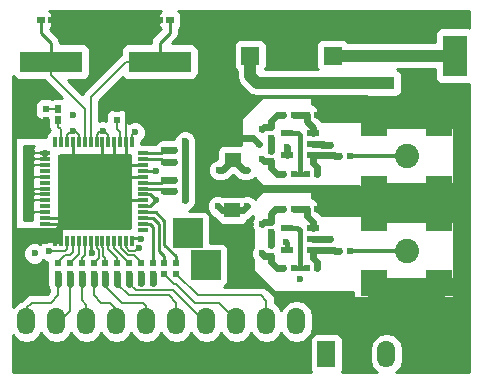
<source format=gtl>
%FSLAX46Y46*%
G04 Gerber Fmt 4.6, Leading zero omitted, Abs format (unit mm)*
G04 Created by KiCad (PCBNEW (2014-10-26 BZR 5226)-product) date Tue 28 Oct 2014 11:58:48 AM EDT*
%MOMM*%
G01*
G04 APERTURE LIST*
%ADD10C,0.100000*%
%ADD11R,0.600000X0.600000*%
%ADD12R,1.100000X0.600000*%
%ADD13C,2.050000*%
%ADD14R,7.760000X1.600000*%
%ADD15R,2.200000X2.200000*%
%ADD16R,5.300000X1.800000*%
%ADD17R,1.524000X1.524000*%
%ADD18C,1.524000*%
%ADD19R,0.900000X0.300000*%
%ADD20R,0.300000X0.900000*%
%ADD21R,6.100000X6.100000*%
%ADD22R,1.524000X2.286000*%
%ADD23O,1.524000X2.286000*%
%ADD24R,0.650000X0.600000*%
%ADD25R,1.450000X1.150000*%
%ADD26R,0.600000X0.650000*%
%ADD27R,2.500000X2.500000*%
%ADD28R,2.100000X1.100000*%
%ADD29R,2.100000X3.500000*%
%ADD30C,0.600000*%
%ADD31C,0.600000*%
%ADD32C,0.400000*%
%ADD33C,0.200000*%
%ADD34C,0.250000*%
%ADD35C,1.000000*%
%ADD36C,0.150000*%
%ADD37C,0.350000*%
%ADD38C,0.300000*%
%ADD39C,0.254000*%
G04 APERTURE END LIST*
D10*
D11*
X171950000Y-90500000D03*
X171050000Y-90500000D03*
D12*
X171600000Y-88950000D03*
X171600000Y-87050000D03*
X171600000Y-88000000D03*
X169400000Y-87050000D03*
X169400000Y-88950000D03*
D13*
X179500000Y-81000000D03*
D14*
X179500000Y-77920000D03*
X179500000Y-84080000D03*
D15*
X182280000Y-78220000D03*
X182280000Y-83780000D03*
X176720000Y-78220000D03*
X176720000Y-83780000D03*
D16*
X149400000Y-73000000D03*
X158600000Y-73000000D03*
D17*
X173249680Y-72500000D03*
D18*
X170750320Y-72500000D03*
D19*
X157150000Y-87250000D03*
X157150000Y-86750000D03*
X157150000Y-86250000D03*
X157150000Y-85750000D03*
X157150000Y-85250000D03*
X157150000Y-84750000D03*
X157150000Y-84250000D03*
X157150000Y-83750000D03*
X157150000Y-83250000D03*
X157150000Y-82750000D03*
X157150000Y-82250000D03*
X157150000Y-81750000D03*
X157150000Y-81250000D03*
X157150000Y-80750000D03*
D20*
X156250000Y-79850000D03*
X155750000Y-79850000D03*
X155250000Y-79850000D03*
X154750000Y-79850000D03*
X154250000Y-79850000D03*
X153750000Y-79850000D03*
X153250000Y-79850000D03*
X152750000Y-79850000D03*
X152250000Y-79850000D03*
X151750000Y-79850000D03*
X151250000Y-79850000D03*
X150750000Y-79850000D03*
X150250000Y-79850000D03*
X149750000Y-79850000D03*
D19*
X148850000Y-80750000D03*
X148850000Y-81250000D03*
X148850000Y-81750000D03*
X148850000Y-82250000D03*
X148850000Y-82750000D03*
X148850000Y-83250000D03*
X148850000Y-83750000D03*
X148850000Y-84250000D03*
X148850000Y-84750000D03*
X148850000Y-85250000D03*
X148850000Y-85750000D03*
X148850000Y-86250000D03*
X148850000Y-86750000D03*
X148850000Y-87250000D03*
D20*
X149750000Y-88150000D03*
X150250000Y-88150000D03*
X150750000Y-88150000D03*
X151250000Y-88150000D03*
X151750000Y-88150000D03*
X152250000Y-88150000D03*
X152750000Y-88150000D03*
X153250000Y-88150000D03*
X153750000Y-88150000D03*
X154250000Y-88150000D03*
X154750000Y-88150000D03*
X155250000Y-88150000D03*
X155750000Y-88150000D03*
X156250000Y-88150000D03*
D21*
X153000000Y-84000000D03*
D11*
X155000000Y-90050000D03*
X155000000Y-90950000D03*
X155000000Y-77050000D03*
X155000000Y-77950000D03*
D22*
X172720000Y-97790000D03*
D23*
X175260000Y-97790000D03*
X177800000Y-97790000D03*
X160020000Y-94996000D03*
X162560000Y-94996000D03*
X165100000Y-94996000D03*
X167640000Y-94996000D03*
X167640000Y-98044000D03*
X165100000Y-98044000D03*
X162560000Y-98044000D03*
X160020000Y-98044000D03*
X170180000Y-98044000D03*
X170180000Y-94996000D03*
X157480000Y-94996000D03*
X157480000Y-98044000D03*
D22*
X147320000Y-98044000D03*
D23*
X149860000Y-98044000D03*
X152400000Y-98044000D03*
X154940000Y-98044000D03*
X154940000Y-94996000D03*
X152400000Y-94996000D03*
X149860000Y-94996000D03*
X147320000Y-94996000D03*
D17*
X166249680Y-72500000D03*
D18*
X163750320Y-72500000D03*
D12*
X171600000Y-80950000D03*
X171600000Y-79050000D03*
X171600000Y-80000000D03*
X169400000Y-79050000D03*
X169400000Y-80950000D03*
D24*
X148550000Y-69500000D03*
X149450000Y-69500000D03*
X159450000Y-69500000D03*
X158550000Y-69500000D03*
D25*
X164800000Y-81300000D03*
X164800000Y-79500000D03*
X164750000Y-85600000D03*
X164750000Y-87400000D03*
D26*
X150000000Y-77950000D03*
X150000000Y-77050000D03*
D13*
X179500000Y-89000000D03*
D14*
X179500000Y-85920000D03*
X179500000Y-92080000D03*
D15*
X182280000Y-86220000D03*
X182280000Y-91780000D03*
X176720000Y-86220000D03*
X176720000Y-91780000D03*
D27*
X161000000Y-87500000D03*
X162500000Y-90250000D03*
D28*
X177400000Y-70200000D03*
X177400000Y-72500000D03*
X177400000Y-74800000D03*
D29*
X183600000Y-72500000D03*
D11*
X150000000Y-90050000D03*
X150000000Y-90950000D03*
X159000000Y-90050000D03*
X159000000Y-90950000D03*
X160000000Y-90050000D03*
X160000000Y-90950000D03*
X151000000Y-90050000D03*
X151000000Y-90950000D03*
X152000000Y-90050000D03*
X152000000Y-90950000D03*
X153000000Y-90050000D03*
X153000000Y-90950000D03*
X154000000Y-90050000D03*
X154000000Y-90950000D03*
X156000000Y-90050000D03*
X156000000Y-90950000D03*
X158000000Y-90050000D03*
X158000000Y-90950000D03*
X149000000Y-77950000D03*
X149000000Y-77050000D03*
X160700000Y-84000000D03*
X159800000Y-84000000D03*
X157000000Y-90950000D03*
X157000000Y-90050000D03*
X160700000Y-83000000D03*
X159800000Y-83000000D03*
X160700000Y-81500000D03*
X159800000Y-81500000D03*
X160700000Y-80500000D03*
X159800000Y-80500000D03*
X168000000Y-80550000D03*
X168000000Y-81450000D03*
X168000000Y-79450000D03*
X168000000Y-78550000D03*
X169950000Y-82500000D03*
X169050000Y-82500000D03*
X169950000Y-77500000D03*
X169050000Y-77500000D03*
X171950000Y-82500000D03*
X171050000Y-82500000D03*
X171950000Y-77500000D03*
X171050000Y-77500000D03*
X173000000Y-80950000D03*
X173000000Y-80050000D03*
X168000000Y-88550000D03*
X168000000Y-89450000D03*
X168000000Y-87450000D03*
X168000000Y-86550000D03*
X169950000Y-90500000D03*
X169050000Y-90500000D03*
X169950000Y-85500000D03*
X169050000Y-85500000D03*
X171950000Y-85500000D03*
X171050000Y-85500000D03*
X173000000Y-88950000D03*
X173000000Y-88050000D03*
X174700000Y-81000000D03*
X173800000Y-81000000D03*
X174700000Y-89000000D03*
X173800000Y-89000000D03*
D30*
X163600000Y-79600000D03*
X167000000Y-80000000D03*
X179000000Y-71000000D03*
X181000000Y-71000000D03*
X181000000Y-70000000D03*
X179000000Y-70000000D03*
X155000000Y-69500000D03*
X152500000Y-69500000D03*
X184000000Y-77500000D03*
X184000000Y-79000000D03*
X184000000Y-80500000D03*
X184000000Y-82000000D03*
X184000000Y-83500000D03*
X184000000Y-85000000D03*
X184000000Y-86500000D03*
X184000000Y-88000000D03*
X184000000Y-89500000D03*
X165500000Y-91000000D03*
X165500000Y-90000000D03*
X149000000Y-88200000D03*
X170500000Y-83750000D03*
X151000000Y-84000000D03*
X153000000Y-82000000D03*
X148000000Y-79000000D03*
X163500000Y-87250000D03*
X166250000Y-86750000D03*
X182500000Y-93000000D03*
X181000000Y-93000000D03*
X179500000Y-93000000D03*
X178000000Y-93000000D03*
X176500000Y-93000000D03*
X182500000Y-77000000D03*
X181000000Y-77000000D03*
X179500000Y-77000000D03*
X178000000Y-77000000D03*
X176500000Y-77000000D03*
X182500000Y-85000000D03*
X181000000Y-85000000D03*
X179500000Y-85000000D03*
X178000000Y-85000000D03*
X176500000Y-85000000D03*
X151000000Y-82000000D03*
X155000000Y-82000000D03*
X153000000Y-84000000D03*
X151000000Y-86000000D03*
X153000000Y-86000000D03*
X155000000Y-86000000D03*
X155000000Y-84000000D03*
X152000000Y-83000000D03*
X154000000Y-83000000D03*
X152000000Y-85000000D03*
X154000000Y-85000000D03*
X157000000Y-88000000D03*
X170500000Y-91400000D03*
X172500000Y-85500000D03*
X174250000Y-85500000D03*
X172750000Y-77500000D03*
X174000000Y-77500000D03*
X175250000Y-77500000D03*
X150250000Y-69500000D03*
X157750000Y-69500000D03*
X149000000Y-91500000D03*
X162500000Y-78000000D03*
X160500000Y-78000000D03*
X162500000Y-76000000D03*
X154500000Y-76000000D03*
X156500000Y-76000000D03*
X158500000Y-76000000D03*
X160500000Y-76000000D03*
X153750000Y-77500000D03*
X152850021Y-89225114D03*
X149200000Y-89000000D03*
X151250000Y-77500000D03*
X183000000Y-71250000D03*
X184250000Y-71250000D03*
X183600000Y-72500000D03*
X183000000Y-73750000D03*
X184250000Y-73750000D03*
X156854438Y-88808537D03*
X169400000Y-80200000D03*
X169400000Y-80200000D03*
X169250000Y-88250000D03*
X172400000Y-80000000D03*
X172500000Y-88000000D03*
X159000000Y-84000000D03*
X167250000Y-89250000D03*
X159000000Y-83000000D03*
X167250000Y-86750000D03*
X159000000Y-81500000D03*
X167250000Y-81250000D03*
X167250000Y-81250000D03*
X159000000Y-80500000D03*
X167250000Y-78750000D03*
X167250000Y-78750000D03*
X166000000Y-82200000D03*
X163600000Y-82200000D03*
X158250000Y-82250000D03*
X153760729Y-78899998D03*
X151250000Y-78899998D03*
X148000000Y-89250000D03*
X158250000Y-84750000D03*
X163500000Y-85250000D03*
X156500000Y-79000000D03*
X147750000Y-81250000D03*
X147250000Y-81750000D03*
X147250000Y-82750000D03*
X147250000Y-83750000D03*
X147750000Y-84250000D03*
X147250000Y-84750000D03*
X147250000Y-85750000D03*
X147250000Y-80750000D03*
X160700000Y-82248955D03*
X160750000Y-84750000D03*
X160750000Y-79750000D03*
X168000000Y-79999151D03*
X168000000Y-88000846D03*
X166000000Y-85250000D03*
X158000000Y-91750000D03*
X157000000Y-91750000D03*
D31*
X164800000Y-79500000D02*
X163700000Y-79500000D01*
X163700000Y-79500000D02*
X163600000Y-79600000D01*
X164800000Y-79500000D02*
X166500000Y-79500000D01*
X166500000Y-79500000D02*
X167000000Y-80000000D01*
D32*
X146750000Y-88000000D02*
X148800000Y-88000000D01*
X148800000Y-88000000D02*
X149000000Y-88200000D01*
X146250000Y-87500000D02*
X146750000Y-88000000D01*
X146250000Y-79250000D02*
X146250000Y-87500000D01*
X146500000Y-79000000D02*
X146250000Y-79250000D01*
X148000000Y-79000000D02*
X146500000Y-79000000D01*
D33*
X181000000Y-71000000D02*
X179000000Y-71000000D01*
X181000000Y-70000000D02*
X181000000Y-71000000D01*
X179000000Y-70000000D02*
X181000000Y-70000000D01*
X177400000Y-70200000D02*
X178800000Y-70200000D01*
X178800000Y-70200000D02*
X179000000Y-70000000D01*
X152500000Y-69500000D02*
X155000000Y-69500000D01*
X150250000Y-69500000D02*
X152500000Y-69500000D01*
X155000000Y-77050000D02*
X154250000Y-77050000D01*
X184000000Y-79000000D02*
X184000000Y-77500000D01*
X184000000Y-80500000D02*
X184000000Y-79000000D01*
X184000000Y-82000000D02*
X184000000Y-80500000D01*
X184000000Y-83500000D02*
X184000000Y-82000000D01*
X184000000Y-85000000D02*
X184000000Y-83500000D01*
X184000000Y-86500000D02*
X184000000Y-85000000D01*
X184000000Y-88000000D02*
X184000000Y-86500000D01*
X184000000Y-89500000D02*
X184000000Y-88000000D01*
X183720000Y-91780000D02*
X184000000Y-91500000D01*
X184000000Y-91500000D02*
X184000000Y-89500000D01*
X182280000Y-91780000D02*
X183720000Y-91780000D01*
X165500000Y-90000000D02*
X165500000Y-91000000D01*
X164750000Y-87400000D02*
X164750000Y-89250000D01*
X164750000Y-89250000D02*
X165500000Y-90000000D01*
D34*
X149001099Y-88001099D02*
X149150000Y-88150000D01*
X148850000Y-87850000D02*
X149001099Y-88001099D01*
D33*
X149001099Y-88198901D02*
X149000000Y-88200000D01*
X149001099Y-88001099D02*
X149001099Y-88198901D01*
D34*
X149150000Y-88150000D02*
X149750000Y-88150000D01*
X148850000Y-87250000D02*
X148850000Y-87850000D01*
X157150000Y-81750000D02*
X155250000Y-81750000D01*
X155250000Y-81750000D02*
X155000000Y-82000000D01*
X157150000Y-82750000D02*
X154250000Y-82750000D01*
X154250000Y-82750000D02*
X153000000Y-84000000D01*
X151000000Y-84000000D02*
X153000000Y-84000000D01*
X153000000Y-82000000D02*
X153000000Y-84000000D01*
D31*
X149000000Y-78500000D02*
X148500000Y-79000000D01*
X148500000Y-79000000D02*
X148000000Y-79000000D01*
X149000000Y-77950000D02*
X149000000Y-78500000D01*
X164750000Y-87400000D02*
X163650000Y-87400000D01*
X163650000Y-87400000D02*
X163500000Y-87250000D01*
X164750000Y-87400000D02*
X165600000Y-87400000D01*
X165600000Y-87400000D02*
X166250000Y-86750000D01*
X181000000Y-93000000D02*
X182500000Y-93000000D01*
X179500000Y-93000000D02*
X181000000Y-93000000D01*
X178000000Y-93000000D02*
X179500000Y-93000000D01*
X176500000Y-93000000D02*
X178000000Y-93000000D01*
X176720000Y-91780000D02*
X176720000Y-92780000D01*
X176720000Y-92780000D02*
X176500000Y-93000000D01*
X181000000Y-77000000D02*
X182500000Y-77000000D01*
X179500000Y-77000000D02*
X181000000Y-77000000D01*
X178000000Y-77000000D02*
X179500000Y-77000000D01*
X176500000Y-77000000D02*
X178000000Y-77000000D01*
X176720000Y-78220000D02*
X176720000Y-77220000D01*
X176720000Y-77220000D02*
X176500000Y-77000000D01*
X179500000Y-85000000D02*
X182500000Y-85000000D01*
X179500000Y-85000000D02*
X181000000Y-85000000D01*
X176500000Y-85000000D02*
X179500000Y-85000000D01*
X176500000Y-85000000D02*
X178000000Y-85000000D01*
X176720000Y-86220000D02*
X176720000Y-85220000D01*
X176720000Y-85220000D02*
X176500000Y-85000000D01*
D33*
X179500000Y-85920000D02*
X177020000Y-85920000D01*
X177020000Y-85920000D02*
X176720000Y-86220000D01*
X182280000Y-86220000D02*
X181980000Y-85920000D01*
X181980000Y-85920000D02*
X179500000Y-85920000D01*
X179500000Y-84080000D02*
X177020000Y-84080000D01*
X177020000Y-84080000D02*
X176720000Y-83780000D01*
X182280000Y-83780000D02*
X181980000Y-84080000D01*
X181980000Y-84080000D02*
X179500000Y-84080000D01*
X179500000Y-77920000D02*
X177020000Y-77920000D01*
X177020000Y-77920000D02*
X176720000Y-78220000D01*
X182280000Y-78220000D02*
X181980000Y-77920000D01*
X181980000Y-77920000D02*
X179500000Y-77920000D01*
X155000000Y-77050000D02*
X155500000Y-77050000D01*
X155500000Y-77050000D02*
X155750000Y-77300000D01*
X155750000Y-77300000D02*
X155750000Y-79400000D01*
X155750000Y-79400000D02*
X155750000Y-80050000D01*
D35*
X177400000Y-70200000D02*
X170941491Y-70200000D01*
X170941491Y-70200000D02*
X164300000Y-70200000D01*
X170750320Y-72500000D02*
X170750320Y-70391171D01*
X170750320Y-70391171D02*
X170941491Y-70200000D01*
X164300000Y-70200000D02*
X163750320Y-70749680D01*
X163750320Y-70749680D02*
X163750320Y-72500000D01*
D34*
X153000000Y-84000000D02*
X151000000Y-82000000D01*
X153000000Y-84000000D02*
X155000000Y-82000000D01*
X153000000Y-84000000D02*
X151000000Y-86000000D01*
X153000000Y-84000000D02*
X153000000Y-86000000D01*
X153000000Y-84000000D02*
X155000000Y-86000000D01*
X153000000Y-84000000D02*
X155000000Y-84000000D01*
X153000000Y-84000000D02*
X152000000Y-83000000D01*
X153000000Y-84000000D02*
X154000000Y-83000000D01*
X153000000Y-84000000D02*
X152000000Y-85000000D01*
X153000000Y-84000000D02*
X154000000Y-85000000D01*
X154750000Y-82250000D02*
X153000000Y-84000000D01*
X154750000Y-80050000D02*
X154750000Y-82250000D01*
X155750000Y-81250000D02*
X153000000Y-84000000D01*
X155750000Y-80050000D02*
X155750000Y-81250000D01*
X155250000Y-81750000D02*
X153000000Y-84000000D01*
X153750000Y-84750000D02*
X153000000Y-84000000D01*
X156950000Y-84750000D02*
X153750000Y-84750000D01*
X150250000Y-87950000D02*
X150250000Y-86750000D01*
X149750000Y-87950000D02*
X149750000Y-87250000D01*
X149750000Y-87250000D02*
X153000000Y-84000000D01*
X149050000Y-87250000D02*
X149750000Y-87250000D01*
X150250000Y-86750000D02*
X153000000Y-84000000D01*
X149050000Y-86750000D02*
X150250000Y-86750000D01*
X150750000Y-86250000D02*
X153000000Y-84000000D01*
X149050000Y-86250000D02*
X150750000Y-86250000D01*
X151250000Y-82250000D02*
X153000000Y-84000000D01*
X151250000Y-80050000D02*
X151250000Y-82250000D01*
X153750000Y-83250000D02*
X153000000Y-84000000D01*
X153750000Y-80050000D02*
X153750000Y-83250000D01*
X156950000Y-87950000D02*
X156250000Y-87950000D01*
X157000000Y-88000000D02*
X156950000Y-87950000D01*
D31*
X171950000Y-85500000D02*
X172500000Y-85500000D01*
X171950000Y-85500000D02*
X174250000Y-85500000D01*
X176000000Y-85500000D02*
X176720000Y-86220000D01*
X171950000Y-85500000D02*
X176000000Y-85500000D01*
X171950000Y-77500000D02*
X172750000Y-77500000D01*
X172750000Y-77500000D02*
X174000000Y-77500000D01*
X172750000Y-77500000D02*
X175250000Y-77500000D01*
X176000000Y-77500000D02*
X176720000Y-78220000D01*
X172750000Y-77500000D02*
X176000000Y-77500000D01*
X149450000Y-69500000D02*
X150250000Y-69500000D01*
X158550000Y-69500000D02*
X157750000Y-69500000D01*
D33*
X154250000Y-77050000D02*
X154200000Y-77050000D01*
X162500000Y-76000000D02*
X162500000Y-78000000D01*
X160500000Y-76000000D02*
X160500000Y-78000000D01*
X160500000Y-76000000D02*
X162500000Y-76000000D01*
X153750000Y-76750000D02*
X154500000Y-76000000D01*
X153750000Y-77500000D02*
X153750000Y-76750000D01*
X154500000Y-76000000D02*
X156500000Y-76000000D01*
X156500000Y-76000000D02*
X158500000Y-76000000D01*
X158500000Y-76000000D02*
X160500000Y-76000000D01*
X154200000Y-77050000D02*
X153750000Y-77500000D01*
D34*
X152750000Y-89125093D02*
X152850021Y-89225114D01*
X152750000Y-88150000D02*
X152750000Y-89125093D01*
D35*
X166800000Y-74800000D02*
X166249680Y-74249680D01*
X166249680Y-74249680D02*
X166249680Y-72500000D01*
X177400000Y-74800000D02*
X166800000Y-74800000D01*
D33*
X150000000Y-89000000D02*
X149200000Y-89000000D01*
X150600000Y-89000000D02*
X150000000Y-89000000D01*
X150750000Y-88850000D02*
X150600000Y-89000000D01*
X150750000Y-88150000D02*
X150750000Y-88850000D01*
X156035342Y-89000000D02*
X156540002Y-89000000D01*
X156540002Y-89000000D02*
X156731465Y-88808537D01*
X156731465Y-88808537D02*
X156854438Y-88808537D01*
X155750000Y-88150000D02*
X155750000Y-88714658D01*
X155750000Y-88714658D02*
X156035342Y-89000000D01*
D35*
X177400000Y-72500000D02*
X183600000Y-72500000D01*
X177400000Y-72500000D02*
X173249680Y-72500000D01*
D32*
X183600000Y-71850000D02*
X183000000Y-71250000D01*
X183600000Y-72500000D02*
X183600000Y-71850000D01*
X184250000Y-71250000D02*
X183600000Y-72500000D01*
X183600000Y-71900000D02*
X184250000Y-71250000D01*
X183600000Y-71900000D02*
X184250000Y-71250000D01*
X183600000Y-72500000D02*
X183600000Y-71900000D01*
X183600000Y-73150000D02*
X183000000Y-73750000D01*
X183600000Y-72500000D02*
X183600000Y-73150000D01*
X183600000Y-73100000D02*
X184250000Y-73750000D01*
X183600000Y-72500000D02*
X183600000Y-73100000D01*
D36*
X150600000Y-89400000D02*
X150000000Y-90000000D01*
X150000000Y-90000000D02*
X150000000Y-90050000D01*
X151000000Y-89400000D02*
X150600000Y-89400000D01*
X151250000Y-89150000D02*
X151000000Y-89400000D01*
X151250000Y-88150000D02*
X151250000Y-89150000D01*
D33*
X150000000Y-89909998D02*
X150000000Y-90050000D01*
X150000000Y-89980602D02*
X150000000Y-90050000D01*
D34*
X158500000Y-86750000D02*
X158000000Y-86250000D01*
X158000000Y-86250000D02*
X157150000Y-86250000D01*
X158500000Y-89000000D02*
X158500000Y-86750000D01*
X159000000Y-89500000D02*
X158500000Y-89000000D01*
X159000000Y-90050000D02*
X159000000Y-89500000D01*
X159000000Y-86500000D02*
X158250000Y-85750000D01*
X158250000Y-85750000D02*
X157150000Y-85750000D01*
X159000000Y-88500000D02*
X159000000Y-86500000D01*
X160000000Y-89500000D02*
X159000000Y-88500000D01*
X160000000Y-90050000D02*
X160000000Y-89500000D01*
D36*
X151750000Y-88150000D02*
X151750000Y-89300000D01*
X151750000Y-89300000D02*
X151000000Y-90050000D01*
X152250000Y-89350000D02*
X152000000Y-89600000D01*
X152000000Y-89600000D02*
X152000000Y-90050000D01*
X152250000Y-88150000D02*
X152250000Y-89350000D01*
X153250000Y-88150000D02*
X153250000Y-88750000D01*
X153250000Y-88750000D02*
X153425022Y-88925022D01*
X153425022Y-88925022D02*
X153425022Y-89624978D01*
X153425022Y-89624978D02*
X153000000Y-90050000D01*
X153750000Y-88150000D02*
X153750000Y-88706747D01*
X153750000Y-88706747D02*
X153825032Y-88781779D01*
X153825032Y-88781779D02*
X153825032Y-89425032D01*
X153825032Y-89425032D02*
X154000000Y-89600000D01*
X154000000Y-89600000D02*
X154000000Y-90050000D01*
X155000000Y-90050000D02*
X155000000Y-89600000D01*
X155000000Y-89600000D02*
X154250000Y-88850000D01*
X154250000Y-88850000D02*
X154250000Y-88750000D01*
X154250000Y-88750000D02*
X154250000Y-88150000D01*
D33*
X154250000Y-87950000D02*
X154250042Y-87950042D01*
D36*
X156000000Y-90050000D02*
X154750000Y-88800000D01*
X154750000Y-88800000D02*
X154750000Y-88150000D01*
D33*
X155000000Y-78750000D02*
X155250000Y-79000000D01*
X155250000Y-79000000D02*
X155250000Y-79850000D01*
X155000000Y-77950000D02*
X155000000Y-78750000D01*
D31*
X169400000Y-80200000D02*
X169400000Y-80950000D01*
D32*
X169400000Y-88400000D02*
X169250000Y-88250000D01*
X169400000Y-88950000D02*
X169400000Y-88400000D01*
D33*
X172950000Y-80000000D02*
X173000000Y-80050000D01*
X171650000Y-88050000D02*
X171600000Y-88000000D01*
D31*
X173000000Y-88050000D02*
X172550000Y-88050000D01*
X172500000Y-88000000D02*
X171600000Y-88000000D01*
X172550000Y-88050000D02*
X172500000Y-88000000D01*
X171600000Y-80000000D02*
X172250000Y-80000000D01*
X172300000Y-80050000D02*
X173000000Y-80050000D01*
X172250000Y-80000000D02*
X172300000Y-80050000D01*
D37*
X174700000Y-89000000D02*
X179500000Y-89000000D01*
X179500000Y-81000000D02*
X174700000Y-81000000D01*
D33*
X173750000Y-88950000D02*
X173800000Y-89000000D01*
D31*
X171600000Y-88950000D02*
X173000000Y-88950000D01*
X173000000Y-88950000D02*
X173350000Y-88950000D01*
X173400000Y-89000000D02*
X173800000Y-89000000D01*
X173350000Y-88950000D02*
X173400000Y-89000000D01*
X171600000Y-88950000D02*
X171600000Y-89600000D01*
X171950000Y-89950000D02*
X171950000Y-90500000D01*
X171600000Y-89600000D02*
X171950000Y-89950000D01*
D32*
X170500000Y-82500000D02*
X170500000Y-79250000D01*
X170300000Y-79050000D02*
X169400000Y-79050000D01*
X170500000Y-79250000D02*
X170300000Y-79050000D01*
X170500000Y-82500000D02*
X169950000Y-82500000D01*
X170500000Y-82500000D02*
X171050000Y-82500000D01*
D34*
X158500000Y-83750000D02*
X157150000Y-83750000D01*
D31*
X169050000Y-90500000D02*
X168500000Y-90500000D01*
X168000000Y-90000000D02*
X168000000Y-89450000D01*
X168500000Y-90500000D02*
X168000000Y-90000000D01*
D38*
X167950000Y-89500000D02*
X168000000Y-89450000D01*
D34*
X158750000Y-83750000D02*
X159000000Y-84000000D01*
X158500000Y-83750000D02*
X158750000Y-83750000D01*
D31*
X159800000Y-84000000D02*
X159000000Y-84000000D01*
X167450000Y-89450000D02*
X167250000Y-89250000D01*
X168000000Y-89450000D02*
X167450000Y-89450000D01*
D34*
X158750000Y-83250000D02*
X157150000Y-83250000D01*
D31*
X169050000Y-85500000D02*
X168400000Y-85500000D01*
X168000000Y-85900000D02*
X168000000Y-86550000D01*
X168400000Y-85500000D02*
X168000000Y-85900000D01*
D38*
X167950000Y-86500000D02*
X168000000Y-86550000D01*
D34*
X158750000Y-83250000D02*
X159000000Y-83000000D01*
D31*
X159800000Y-83000000D02*
X159000000Y-83000000D01*
X167450000Y-86550000D02*
X167250000Y-86750000D01*
X168000000Y-86550000D02*
X167450000Y-86550000D01*
D34*
X158750000Y-81250000D02*
X157150000Y-81250000D01*
D31*
X169050000Y-82500000D02*
X168500000Y-82500000D01*
X168000000Y-82000000D02*
X168000000Y-81450000D01*
X168500000Y-82500000D02*
X168000000Y-82000000D01*
D34*
X158750000Y-81250000D02*
X159000000Y-81500000D01*
D31*
X159800000Y-81500000D02*
X159000000Y-81500000D01*
X167450000Y-81450000D02*
X167250000Y-81250000D01*
X168000000Y-81450000D02*
X167450000Y-81450000D01*
D34*
X158750000Y-80750000D02*
X157150000Y-80750000D01*
D31*
X169050000Y-77500000D02*
X168500000Y-77500000D01*
X168000000Y-78000000D02*
X168000000Y-78550000D01*
X168500000Y-77500000D02*
X168000000Y-78000000D01*
D34*
X158750000Y-80750000D02*
X159000000Y-80500000D01*
D31*
X159800000Y-80500000D02*
X159000000Y-80500000D01*
X167450000Y-78550000D02*
X167250000Y-78750000D01*
X168000000Y-78550000D02*
X167450000Y-78550000D01*
X164800000Y-81300000D02*
X165700000Y-82200000D01*
X165700000Y-82200000D02*
X166000000Y-82200000D01*
X164800000Y-81300000D02*
X163900000Y-82200000D01*
X163900000Y-82200000D02*
X163600000Y-82200000D01*
D34*
X157750000Y-85250000D02*
X157150000Y-85250000D01*
X157750000Y-84250000D02*
X157150000Y-84250000D01*
X157150000Y-82250000D02*
X158250000Y-82250000D01*
D33*
X156250000Y-79250000D02*
X156250000Y-79850000D01*
X153750000Y-79000000D02*
X153750000Y-78910727D01*
X153750000Y-78910727D02*
X153760729Y-78899998D01*
X154250000Y-79250000D02*
X154250000Y-79850000D01*
X154250000Y-79250000D02*
X154000000Y-79000000D01*
X153250000Y-79250000D02*
X153250000Y-79850000D01*
X154000000Y-79000000D02*
X153500000Y-79000000D01*
X153500000Y-79000000D02*
X153250000Y-79250000D01*
X151750000Y-79250000D02*
X151750000Y-79850000D01*
X151250000Y-79000000D02*
X151250000Y-78899998D01*
X150750000Y-79250000D02*
X150750000Y-79850000D01*
D34*
X157750000Y-85250000D02*
X158250000Y-84750000D01*
X157750000Y-84250000D02*
X158250000Y-84750000D01*
D31*
X164750000Y-85600000D02*
X163850000Y-85600000D01*
X163850000Y-85600000D02*
X163500000Y-85250000D01*
D33*
X151000000Y-79000000D02*
X151250000Y-79000000D01*
X150750000Y-79250000D02*
X151000000Y-79000000D01*
X151500000Y-79000000D02*
X151250000Y-79000000D01*
X151750000Y-79250000D02*
X151500000Y-79000000D01*
X156250000Y-79250000D02*
X156500000Y-79000000D01*
X148550000Y-81250000D02*
X147750000Y-81250000D01*
X148550000Y-81750000D02*
X147250000Y-81750000D01*
X148550000Y-82750000D02*
X147250000Y-82750000D01*
X148550000Y-83750000D02*
X147250000Y-83750000D01*
X148550000Y-84250000D02*
X147750000Y-84250000D01*
X148550000Y-84750000D02*
X147250000Y-84750000D01*
X148550000Y-85750000D02*
X147250000Y-85750000D01*
X148550000Y-80750000D02*
X147250000Y-80750000D01*
X148550000Y-80750000D02*
X149050000Y-80750000D01*
X148550000Y-81250000D02*
X149050000Y-81250000D01*
X148550000Y-81750000D02*
X149050000Y-81750000D01*
X148550000Y-82750000D02*
X149050000Y-82750000D01*
X148550000Y-83750000D02*
X149050000Y-83750000D01*
X148550000Y-84250000D02*
X149050000Y-84250000D01*
X148550000Y-84750000D02*
X149050000Y-84750000D01*
X148550000Y-85750000D02*
X149050000Y-85750000D01*
D31*
X160700000Y-80500000D02*
X160700000Y-81500000D01*
X160700000Y-84000000D02*
X160700000Y-83000000D01*
X160700000Y-83000000D02*
X160700000Y-82248955D01*
X160700000Y-82248955D02*
X160700000Y-81500000D01*
X160700000Y-84700000D02*
X160750000Y-84750000D01*
X160700000Y-84000000D02*
X160700000Y-84700000D01*
X160700000Y-79800000D02*
X160750000Y-79750000D01*
X160700000Y-80500000D02*
X160700000Y-79800000D01*
X168000000Y-80550000D02*
X168000000Y-79999151D01*
X168000000Y-79450000D02*
X168000000Y-79999151D01*
X168000000Y-88550000D02*
X168000000Y-88000846D01*
X168000000Y-87450000D02*
X168000000Y-88000846D01*
X165650000Y-85600000D02*
X166000000Y-85250000D01*
X164750000Y-85600000D02*
X165650000Y-85600000D01*
D33*
X152250000Y-77000000D02*
X149400000Y-74150000D01*
X149400000Y-74150000D02*
X149400000Y-73000000D01*
X152250000Y-80050000D02*
X152250000Y-77000000D01*
D34*
X148550000Y-70550000D02*
X149400000Y-71400000D01*
X149400000Y-71400000D02*
X149400000Y-73000000D01*
X148550000Y-69500000D02*
X148550000Y-70550000D01*
D33*
X152750000Y-76000000D02*
X155750000Y-73000000D01*
X155750000Y-73000000D02*
X158600000Y-73000000D01*
X152750000Y-80050000D02*
X152750000Y-76000000D01*
D34*
X159450000Y-70550000D02*
X158600000Y-71400000D01*
X158600000Y-71400000D02*
X158600000Y-73000000D01*
X159450000Y-69500000D02*
X159450000Y-70550000D01*
X158750000Y-73150000D02*
X158600000Y-73000000D01*
D33*
X150250000Y-78750000D02*
X150250000Y-79850000D01*
X150250000Y-78750000D02*
X150000000Y-78500000D01*
X150000000Y-78500000D02*
X150000000Y-77950000D01*
X150000000Y-77050000D02*
X149000000Y-77050000D01*
X160020000Y-93420000D02*
X160020000Y-95250000D01*
X159400000Y-92800000D02*
X160020000Y-93420000D01*
X156000000Y-92800000D02*
X159400000Y-92800000D01*
D31*
X155000000Y-90950000D02*
X155000000Y-91800000D01*
D33*
X155000000Y-91800000D02*
X156000000Y-92800000D01*
X162560000Y-95160000D02*
X162560000Y-95250000D01*
X159750010Y-92350010D02*
X162560000Y-95160000D01*
X156550010Y-92350010D02*
X159750010Y-92350010D01*
X156000000Y-91800000D02*
X156550010Y-92350010D01*
D31*
X156000000Y-91800000D02*
X156000000Y-90950000D01*
D33*
X165100000Y-94869000D02*
X165100000Y-95250000D01*
X163631000Y-93400000D02*
X165100000Y-94869000D01*
X161600000Y-93400000D02*
X163631000Y-93400000D01*
X159800000Y-91800000D02*
X160000000Y-91800000D01*
X160000000Y-91800000D02*
X161600000Y-93400000D01*
X159000000Y-90950000D02*
X159000000Y-91000000D01*
X159000000Y-91000000D02*
X159800000Y-91800000D01*
X167200000Y-92800000D02*
X167640000Y-93240000D01*
X167640000Y-93240000D02*
X167640000Y-95250000D01*
X161800000Y-92800000D02*
X167200000Y-92800000D01*
X160000000Y-91000000D02*
X161800000Y-92800000D01*
X160000000Y-90950000D02*
X160000000Y-91000000D01*
X157200000Y-93400000D02*
X155400000Y-93400000D01*
X157480000Y-93680000D02*
X157200000Y-93400000D01*
X157480000Y-95250000D02*
X157480000Y-93680000D01*
D31*
X154000000Y-90950000D02*
X154000000Y-91800000D01*
D33*
X154000000Y-92000000D02*
X155400000Y-93400000D01*
X154000000Y-91800000D02*
X154000000Y-92000000D01*
X154940000Y-93940000D02*
X154940000Y-95250000D01*
X154400000Y-93400000D02*
X154940000Y-93940000D01*
X153600000Y-93400000D02*
X154400000Y-93400000D01*
X153000000Y-92800000D02*
X153600000Y-93400000D01*
D31*
X153000000Y-90950000D02*
X153000000Y-91800000D01*
D33*
X153000000Y-91800000D02*
X153000000Y-92800000D01*
D31*
X152000000Y-90950000D02*
X152000000Y-91800000D01*
D33*
X152000000Y-91800000D02*
X152000000Y-93200000D01*
X152400000Y-93600000D02*
X152400000Y-95250000D01*
X152000000Y-93200000D02*
X152400000Y-93600000D01*
X151000000Y-94110000D02*
X149860000Y-95250000D01*
D31*
X151000000Y-90950000D02*
X151000000Y-91800000D01*
D33*
X151000000Y-91800000D02*
X151000000Y-94110000D01*
X147320000Y-93880000D02*
X147320000Y-95250000D01*
X147800000Y-93400000D02*
X147320000Y-93880000D01*
X149400000Y-93400000D02*
X147800000Y-93400000D01*
X150000000Y-92800000D02*
X149400000Y-93400000D01*
D31*
X150000000Y-90950000D02*
X150000000Y-91800000D01*
D33*
X150000000Y-91800000D02*
X150000000Y-92800000D01*
D34*
X158000000Y-87000000D02*
X157750000Y-86750000D01*
X157750000Y-86750000D02*
X157150000Y-86750000D01*
X158000000Y-90050000D02*
X158000000Y-87000000D01*
D31*
X158000000Y-90950000D02*
X158000000Y-91750000D01*
X157000000Y-90950000D02*
X157000000Y-91750000D01*
D36*
X157000000Y-90050000D02*
X157000000Y-90000000D01*
X155904998Y-89400000D02*
X155324999Y-88820001D01*
X157000000Y-90000000D02*
X156400000Y-89400000D01*
X156400000Y-89400000D02*
X155904998Y-89400000D01*
X155324999Y-88820001D02*
X155324999Y-88224999D01*
X155324999Y-88224999D02*
X155250000Y-88150000D01*
D32*
X170500000Y-90500000D02*
X170500000Y-87300000D01*
X170250000Y-87050000D02*
X169400000Y-87050000D01*
X170500000Y-87300000D02*
X170250000Y-87050000D01*
X170500000Y-90500000D02*
X169950000Y-90500000D01*
X170500000Y-90500000D02*
X171050000Y-90500000D01*
D31*
X169950000Y-85500000D02*
X170700000Y-85500000D01*
X170700000Y-85500000D02*
X171050000Y-85500000D01*
X171600000Y-87050000D02*
X171600000Y-86600000D01*
X171050000Y-86050000D02*
X171050000Y-85500000D01*
X171600000Y-86600000D02*
X171050000Y-86050000D01*
X171050000Y-77500000D02*
X169950000Y-77500000D01*
X171600000Y-79050000D02*
X171600000Y-78600000D01*
X171050000Y-78050000D02*
X171050000Y-77500000D01*
X171600000Y-78600000D02*
X171050000Y-78050000D01*
D33*
X173750000Y-80950000D02*
X173800000Y-81000000D01*
D31*
X171950000Y-82500000D02*
X171950000Y-81950000D01*
X171600000Y-81600000D02*
X171600000Y-80950000D01*
X171950000Y-81950000D02*
X171600000Y-81600000D01*
X173000000Y-80950000D02*
X173350000Y-80950000D01*
X173400000Y-81000000D02*
X173800000Y-81000000D01*
X173350000Y-80950000D02*
X173400000Y-81000000D01*
X171600000Y-80950000D02*
X173000000Y-80950000D01*
D39*
G36*
X150300553Y-76090000D02*
X150173691Y-76090000D01*
X149573691Y-76090000D01*
X149469822Y-76133023D01*
X149426310Y-76115000D01*
X149173691Y-76115000D01*
X148573691Y-76115000D01*
X148340302Y-76211673D01*
X148161673Y-76390301D01*
X148065000Y-76623690D01*
X148065000Y-76876309D01*
X148065000Y-77476309D01*
X148161673Y-77709698D01*
X148340301Y-77888327D01*
X148573690Y-77985000D01*
X148826309Y-77985000D01*
X149065000Y-77985000D01*
X149065000Y-78401309D01*
X149161673Y-78634698D01*
X149340301Y-78813327D01*
X149343158Y-78814510D01*
X149345543Y-78818080D01*
X149240302Y-78861673D01*
X149061673Y-79040301D01*
X148965000Y-79273690D01*
X148965000Y-79365000D01*
X146185000Y-79365000D01*
X146185000Y-74195303D01*
X146211673Y-74259698D01*
X146390301Y-74438327D01*
X146623690Y-74535000D01*
X146876309Y-74535000D01*
X148790257Y-74535000D01*
X148880277Y-74669723D01*
X150300553Y-76090000D01*
X150300553Y-76090000D01*
G37*
X150300553Y-76090000D02*
X150173691Y-76090000D01*
X149573691Y-76090000D01*
X149469822Y-76133023D01*
X149426310Y-76115000D01*
X149173691Y-76115000D01*
X148573691Y-76115000D01*
X148340302Y-76211673D01*
X148161673Y-76390301D01*
X148065000Y-76623690D01*
X148065000Y-76876309D01*
X148065000Y-77476309D01*
X148161673Y-77709698D01*
X148340301Y-77888327D01*
X148573690Y-77985000D01*
X148826309Y-77985000D01*
X149065000Y-77985000D01*
X149065000Y-78401309D01*
X149161673Y-78634698D01*
X149340301Y-78813327D01*
X149343158Y-78814510D01*
X149345543Y-78818080D01*
X149240302Y-78861673D01*
X149061673Y-79040301D01*
X148965000Y-79273690D01*
X148965000Y-79365000D01*
X146185000Y-79365000D01*
X146185000Y-74195303D01*
X146211673Y-74259698D01*
X146390301Y-74438327D01*
X146623690Y-74535000D01*
X146876309Y-74535000D01*
X148790257Y-74535000D01*
X148880277Y-74669723D01*
X150300553Y-76090000D01*
G36*
X156157655Y-84749999D02*
X156065000Y-84973690D01*
X156065000Y-85226309D01*
X156065000Y-85473690D01*
X156065000Y-85526309D01*
X156065000Y-85726309D01*
X156065000Y-85973690D01*
X156065000Y-86026309D01*
X156065000Y-86226309D01*
X156065000Y-86473690D01*
X156065000Y-86526309D01*
X156065000Y-86726309D01*
X156065000Y-86973690D01*
X156065000Y-87026309D01*
X156065000Y-87081025D01*
X156026310Y-87065000D01*
X155773691Y-87065000D01*
X155526310Y-87065000D01*
X155473691Y-87065000D01*
X155273691Y-87065000D01*
X155026310Y-87065000D01*
X154973691Y-87065000D01*
X154773691Y-87065000D01*
X154526310Y-87065000D01*
X154473691Y-87065000D01*
X154273691Y-87065000D01*
X154026310Y-87065000D01*
X153973691Y-87065000D01*
X153773691Y-87065000D01*
X153526310Y-87065000D01*
X153473691Y-87065000D01*
X153273691Y-87065000D01*
X153026310Y-87065000D01*
X152973691Y-87065000D01*
X152773691Y-87065000D01*
X152526310Y-87065000D01*
X152473691Y-87065000D01*
X152273691Y-87065000D01*
X152026310Y-87065000D01*
X151973691Y-87065000D01*
X151773691Y-87065000D01*
X151526310Y-87065000D01*
X151473691Y-87065000D01*
X151273691Y-87065000D01*
X151026310Y-87065000D01*
X150973691Y-87065000D01*
X150773691Y-87065000D01*
X150473691Y-87065000D01*
X150240302Y-87161673D01*
X150061673Y-87340301D01*
X149965000Y-87573690D01*
X149965000Y-87826309D01*
X149965000Y-88265000D01*
X149787419Y-88265000D01*
X149730327Y-88207808D01*
X149386799Y-88065162D01*
X149014833Y-88064838D01*
X148671057Y-88206883D01*
X148452194Y-88425364D01*
X148186799Y-88315162D01*
X147814833Y-88314838D01*
X147471057Y-88456883D01*
X147207808Y-88719673D01*
X147065162Y-89063201D01*
X147064838Y-89435167D01*
X147206883Y-89778943D01*
X147469673Y-90042192D01*
X147813201Y-90184838D01*
X148185167Y-90185162D01*
X148528943Y-90043117D01*
X148747805Y-89824635D01*
X149013201Y-89934838D01*
X149065000Y-89934883D01*
X149065000Y-90476309D01*
X149074812Y-90499999D01*
X149065000Y-90523690D01*
X149065000Y-90776309D01*
X149065000Y-90950000D01*
X149065000Y-91376309D01*
X149065000Y-91800000D01*
X149136173Y-92157809D01*
X149265000Y-92350612D01*
X149265000Y-92495553D01*
X149095553Y-92665000D01*
X147800000Y-92665000D01*
X147518728Y-92720949D01*
X147280277Y-92880276D01*
X146892315Y-93268238D01*
X146785391Y-93289507D01*
X146332172Y-93592339D01*
X146185000Y-93812596D01*
X146185000Y-87135000D01*
X150135000Y-87135000D01*
X150135000Y-80935000D01*
X150226309Y-80935000D01*
X150473690Y-80935000D01*
X150526309Y-80935000D01*
X150726309Y-80935000D01*
X151026309Y-80935000D01*
X151249999Y-80842344D01*
X151473690Y-80935000D01*
X151726309Y-80935000D01*
X151973690Y-80935000D01*
X152026309Y-80935000D01*
X152226309Y-80935000D01*
X152473690Y-80935000D01*
X152526309Y-80935000D01*
X152726309Y-80935000D01*
X152973690Y-80935000D01*
X153026309Y-80935000D01*
X153226309Y-80935000D01*
X153526309Y-80935000D01*
X153749999Y-80842344D01*
X153973690Y-80935000D01*
X154226309Y-80935000D01*
X154526309Y-80935000D01*
X154749999Y-80842344D01*
X154973690Y-80935000D01*
X155226309Y-80935000D01*
X155526309Y-80935000D01*
X155749999Y-80842344D01*
X155973690Y-80935000D01*
X156065000Y-80935000D01*
X156065000Y-80973690D01*
X156065000Y-81026309D01*
X156065000Y-81226309D01*
X156065000Y-81526309D01*
X156157655Y-81749999D01*
X156065000Y-81973690D01*
X156065000Y-82226309D01*
X156065000Y-82526309D01*
X156157655Y-82749999D01*
X156065000Y-82973690D01*
X156065000Y-83226309D01*
X156065000Y-83473690D01*
X156065000Y-83526309D01*
X156065000Y-83726309D01*
X156065000Y-83973690D01*
X156065000Y-84026309D01*
X156065000Y-84226309D01*
X156065000Y-84526309D01*
X156157655Y-84749999D01*
X156157655Y-84749999D01*
G37*
X156157655Y-84749999D02*
X156065000Y-84973690D01*
X156065000Y-85226309D01*
X156065000Y-85473690D01*
X156065000Y-85526309D01*
X156065000Y-85726309D01*
X156065000Y-85973690D01*
X156065000Y-86026309D01*
X156065000Y-86226309D01*
X156065000Y-86473690D01*
X156065000Y-86526309D01*
X156065000Y-86726309D01*
X156065000Y-86973690D01*
X156065000Y-87026309D01*
X156065000Y-87081025D01*
X156026310Y-87065000D01*
X155773691Y-87065000D01*
X155526310Y-87065000D01*
X155473691Y-87065000D01*
X155273691Y-87065000D01*
X155026310Y-87065000D01*
X154973691Y-87065000D01*
X154773691Y-87065000D01*
X154526310Y-87065000D01*
X154473691Y-87065000D01*
X154273691Y-87065000D01*
X154026310Y-87065000D01*
X153973691Y-87065000D01*
X153773691Y-87065000D01*
X153526310Y-87065000D01*
X153473691Y-87065000D01*
X153273691Y-87065000D01*
X153026310Y-87065000D01*
X152973691Y-87065000D01*
X152773691Y-87065000D01*
X152526310Y-87065000D01*
X152473691Y-87065000D01*
X152273691Y-87065000D01*
X152026310Y-87065000D01*
X151973691Y-87065000D01*
X151773691Y-87065000D01*
X151526310Y-87065000D01*
X151473691Y-87065000D01*
X151273691Y-87065000D01*
X151026310Y-87065000D01*
X150973691Y-87065000D01*
X150773691Y-87065000D01*
X150473691Y-87065000D01*
X150240302Y-87161673D01*
X150061673Y-87340301D01*
X149965000Y-87573690D01*
X149965000Y-87826309D01*
X149965000Y-88265000D01*
X149787419Y-88265000D01*
X149730327Y-88207808D01*
X149386799Y-88065162D01*
X149014833Y-88064838D01*
X148671057Y-88206883D01*
X148452194Y-88425364D01*
X148186799Y-88315162D01*
X147814833Y-88314838D01*
X147471057Y-88456883D01*
X147207808Y-88719673D01*
X147065162Y-89063201D01*
X147064838Y-89435167D01*
X147206883Y-89778943D01*
X147469673Y-90042192D01*
X147813201Y-90184838D01*
X148185167Y-90185162D01*
X148528943Y-90043117D01*
X148747805Y-89824635D01*
X149013201Y-89934838D01*
X149065000Y-89934883D01*
X149065000Y-90476309D01*
X149074812Y-90499999D01*
X149065000Y-90523690D01*
X149065000Y-90776309D01*
X149065000Y-90950000D01*
X149065000Y-91376309D01*
X149065000Y-91800000D01*
X149136173Y-92157809D01*
X149265000Y-92350612D01*
X149265000Y-92495553D01*
X149095553Y-92665000D01*
X147800000Y-92665000D01*
X147518728Y-92720949D01*
X147280277Y-92880276D01*
X146892315Y-93268238D01*
X146785391Y-93289507D01*
X146332172Y-93592339D01*
X146185000Y-93812596D01*
X146185000Y-87135000D01*
X150135000Y-87135000D01*
X150135000Y-80935000D01*
X150226309Y-80935000D01*
X150473690Y-80935000D01*
X150526309Y-80935000D01*
X150726309Y-80935000D01*
X151026309Y-80935000D01*
X151249999Y-80842344D01*
X151473690Y-80935000D01*
X151726309Y-80935000D01*
X151973690Y-80935000D01*
X152026309Y-80935000D01*
X152226309Y-80935000D01*
X152473690Y-80935000D01*
X152526309Y-80935000D01*
X152726309Y-80935000D01*
X152973690Y-80935000D01*
X153026309Y-80935000D01*
X153226309Y-80935000D01*
X153526309Y-80935000D01*
X153749999Y-80842344D01*
X153973690Y-80935000D01*
X154226309Y-80935000D01*
X154526309Y-80935000D01*
X154749999Y-80842344D01*
X154973690Y-80935000D01*
X155226309Y-80935000D01*
X155526309Y-80935000D01*
X155749999Y-80842344D01*
X155973690Y-80935000D01*
X156065000Y-80935000D01*
X156065000Y-80973690D01*
X156065000Y-81026309D01*
X156065000Y-81226309D01*
X156065000Y-81526309D01*
X156157655Y-81749999D01*
X156065000Y-81973690D01*
X156065000Y-82226309D01*
X156065000Y-82526309D01*
X156157655Y-82749999D01*
X156065000Y-82973690D01*
X156065000Y-83226309D01*
X156065000Y-83473690D01*
X156065000Y-83526309D01*
X156065000Y-83726309D01*
X156065000Y-83973690D01*
X156065000Y-84026309D01*
X156065000Y-84226309D01*
X156065000Y-84526309D01*
X156157655Y-84749999D01*
G36*
X158741974Y-68685000D02*
X158586673Y-68840301D01*
X158490000Y-69073690D01*
X158490000Y-69326309D01*
X158490000Y-69926309D01*
X158586673Y-70159698D01*
X158676086Y-70249111D01*
X158062599Y-70862599D01*
X157897852Y-71109161D01*
X157840000Y-71400000D01*
X157840000Y-71465000D01*
X155823691Y-71465000D01*
X155590302Y-71561673D01*
X155411673Y-71740301D01*
X155315000Y-71973690D01*
X155315000Y-72226309D01*
X155315000Y-72423666D01*
X155230277Y-72480276D01*
X152230277Y-75480277D01*
X152070949Y-75718728D01*
X152060534Y-75771087D01*
X150824446Y-74535000D01*
X152176309Y-74535000D01*
X152409698Y-74438327D01*
X152588327Y-74259699D01*
X152685000Y-74026310D01*
X152685000Y-73773691D01*
X152685000Y-71973691D01*
X152588327Y-71740302D01*
X152409699Y-71561673D01*
X152176310Y-71465000D01*
X151923691Y-71465000D01*
X150160000Y-71465000D01*
X150160000Y-71400000D01*
X150102148Y-71109161D01*
X149937401Y-70862599D01*
X149323913Y-70249111D01*
X149413327Y-70159699D01*
X149510000Y-69926310D01*
X149510000Y-69673691D01*
X149510000Y-69073691D01*
X149413327Y-68840302D01*
X149258025Y-68685000D01*
X158741974Y-68685000D01*
X158741974Y-68685000D01*
G37*
X158741974Y-68685000D02*
X158586673Y-68840301D01*
X158490000Y-69073690D01*
X158490000Y-69326309D01*
X158490000Y-69926309D01*
X158586673Y-70159698D01*
X158676086Y-70249111D01*
X158062599Y-70862599D01*
X157897852Y-71109161D01*
X157840000Y-71400000D01*
X157840000Y-71465000D01*
X155823691Y-71465000D01*
X155590302Y-71561673D01*
X155411673Y-71740301D01*
X155315000Y-71973690D01*
X155315000Y-72226309D01*
X155315000Y-72423666D01*
X155230277Y-72480276D01*
X152230277Y-75480277D01*
X152070949Y-75718728D01*
X152060534Y-75771087D01*
X150824446Y-74535000D01*
X152176309Y-74535000D01*
X152409698Y-74438327D01*
X152588327Y-74259699D01*
X152685000Y-74026310D01*
X152685000Y-73773691D01*
X152685000Y-71973691D01*
X152588327Y-71740302D01*
X152409699Y-71561673D01*
X152176310Y-71465000D01*
X151923691Y-71465000D01*
X150160000Y-71465000D01*
X150160000Y-71400000D01*
X150102148Y-71109161D01*
X149937401Y-70862599D01*
X149323913Y-70249111D01*
X149413327Y-70159699D01*
X149510000Y-69926310D01*
X149510000Y-69673691D01*
X149510000Y-69073691D01*
X149413327Y-68840302D01*
X149258025Y-68685000D01*
X158741974Y-68685000D01*
G36*
X184815000Y-99315000D02*
X183508000Y-99315000D01*
X183508000Y-93008000D01*
X183508000Y-85992000D01*
X183508000Y-84008000D01*
X183508000Y-77992000D01*
X172296655Y-77992000D01*
X172261145Y-77938855D01*
X171985000Y-77662710D01*
X171985000Y-77500000D01*
X171985000Y-77073691D01*
X171888327Y-76840302D01*
X171709699Y-76661673D01*
X171508000Y-76578126D01*
X171508000Y-75992000D01*
X167289580Y-75992000D01*
X165492000Y-77789580D01*
X165492000Y-80090000D01*
X165398691Y-80090000D01*
X163948691Y-80090000D01*
X163715302Y-80186673D01*
X163536673Y-80365301D01*
X163440000Y-80598690D01*
X163440000Y-80851309D01*
X163440000Y-81264859D01*
X163414833Y-81264838D01*
X163071057Y-81406883D01*
X162807808Y-81669673D01*
X162665162Y-82013201D01*
X162664838Y-82385167D01*
X162806883Y-82728943D01*
X162938855Y-82861145D01*
X163069673Y-82992192D01*
X163413201Y-83134838D01*
X163600000Y-83135000D01*
X163785167Y-83135162D01*
X163785559Y-83135000D01*
X163900000Y-83135000D01*
X164257809Y-83063827D01*
X164561145Y-82861145D01*
X164800000Y-82622290D01*
X165038855Y-82861145D01*
X165342191Y-83063827D01*
X165700000Y-83135000D01*
X165999184Y-83135000D01*
X166000000Y-83135000D01*
X166185167Y-83135162D01*
X166357809Y-83063827D01*
X166528943Y-82993117D01*
X166651927Y-82870347D01*
X167289580Y-83508000D01*
X168000000Y-83508000D01*
X175492000Y-83508000D01*
X175492000Y-84008000D01*
X183508000Y-84008000D01*
X183508000Y-85992000D01*
X175500000Y-85992000D01*
X172296655Y-85992000D01*
X172261145Y-85938855D01*
X171985000Y-85662710D01*
X171985000Y-85500000D01*
X171985000Y-85073691D01*
X171888327Y-84840302D01*
X171709699Y-84661673D01*
X171508000Y-84578126D01*
X171508000Y-83992000D01*
X167289580Y-83992000D01*
X166676921Y-84604658D01*
X166661145Y-84588855D01*
X166530327Y-84457808D01*
X166186799Y-84315162D01*
X165814833Y-84314838D01*
X165617098Y-84396539D01*
X165601310Y-84390000D01*
X165348691Y-84390000D01*
X163898691Y-84390000D01*
X163882839Y-84396565D01*
X163686799Y-84315162D01*
X163314833Y-84314838D01*
X162971057Y-84456883D01*
X162707808Y-84719673D01*
X162565162Y-85063201D01*
X162564838Y-85435167D01*
X162706883Y-85778943D01*
X162838855Y-85911145D01*
X162969673Y-86042192D01*
X162970064Y-86042354D01*
X163188855Y-86261145D01*
X163443971Y-86431607D01*
X163486673Y-86534698D01*
X163665301Y-86713327D01*
X163898690Y-86810000D01*
X164151309Y-86810000D01*
X165601309Y-86810000D01*
X165834698Y-86713327D01*
X166013327Y-86534699D01*
X166056028Y-86431607D01*
X166311145Y-86261145D01*
X166492000Y-86080290D01*
X166492000Y-86185540D01*
X166457808Y-86219673D01*
X166315162Y-86563201D01*
X166314838Y-86935167D01*
X166456883Y-87278943D01*
X166492000Y-87314121D01*
X166492000Y-88685540D01*
X166457808Y-88719673D01*
X166315162Y-89063201D01*
X166314838Y-89435167D01*
X166456883Y-89778943D01*
X166492000Y-89814121D01*
X166492000Y-90710420D01*
X168289580Y-92508000D01*
X174992000Y-92508000D01*
X174992000Y-93008000D01*
X183508000Y-93008000D01*
X183508000Y-99315000D01*
X178606231Y-99315000D01*
X178787828Y-99193661D01*
X179090660Y-98740442D01*
X179197000Y-98205833D01*
X179197000Y-97374167D01*
X179090660Y-96839558D01*
X178787828Y-96386339D01*
X178334609Y-96083507D01*
X177800000Y-95977167D01*
X177265391Y-96083507D01*
X176812172Y-96386339D01*
X176509340Y-96839558D01*
X176403000Y-97374167D01*
X176403000Y-98205833D01*
X176509340Y-98740442D01*
X176812172Y-99193661D01*
X176993768Y-99315000D01*
X173998025Y-99315000D01*
X174020327Y-99292699D01*
X174117000Y-99059310D01*
X174117000Y-98806691D01*
X174117000Y-96520691D01*
X174020327Y-96287302D01*
X173841699Y-96108673D01*
X173608310Y-96012000D01*
X173355691Y-96012000D01*
X171831691Y-96012000D01*
X171598302Y-96108673D01*
X171419673Y-96287301D01*
X171323000Y-96520690D01*
X171323000Y-96773309D01*
X171323000Y-99059309D01*
X171419673Y-99292698D01*
X171441974Y-99315000D01*
X146185000Y-99315000D01*
X146185000Y-96179403D01*
X146332172Y-96399661D01*
X146785391Y-96702493D01*
X147320000Y-96808833D01*
X147854609Y-96702493D01*
X148307828Y-96399661D01*
X148590000Y-95977361D01*
X148872172Y-96399661D01*
X149325391Y-96702493D01*
X149860000Y-96808833D01*
X150394609Y-96702493D01*
X150847828Y-96399661D01*
X151130000Y-95977361D01*
X151412172Y-96399661D01*
X151865391Y-96702493D01*
X152400000Y-96808833D01*
X152934609Y-96702493D01*
X153387828Y-96399661D01*
X153670000Y-95977361D01*
X153952172Y-96399661D01*
X154405391Y-96702493D01*
X154940000Y-96808833D01*
X155474609Y-96702493D01*
X155927828Y-96399661D01*
X156210000Y-95977361D01*
X156492172Y-96399661D01*
X156945391Y-96702493D01*
X157480000Y-96808833D01*
X158014609Y-96702493D01*
X158467828Y-96399661D01*
X158750000Y-95977361D01*
X159032172Y-96399661D01*
X159485391Y-96702493D01*
X160020000Y-96808833D01*
X160554609Y-96702493D01*
X161007828Y-96399661D01*
X161290000Y-95977361D01*
X161572172Y-96399661D01*
X162025391Y-96702493D01*
X162560000Y-96808833D01*
X163094609Y-96702493D01*
X163547828Y-96399661D01*
X163830000Y-95977361D01*
X164112172Y-96399661D01*
X164565391Y-96702493D01*
X165100000Y-96808833D01*
X165634609Y-96702493D01*
X166087828Y-96399661D01*
X166370000Y-95977361D01*
X166652172Y-96399661D01*
X167105391Y-96702493D01*
X167640000Y-96808833D01*
X168174609Y-96702493D01*
X168627828Y-96399661D01*
X168910000Y-95977361D01*
X169192172Y-96399661D01*
X169645391Y-96702493D01*
X170180000Y-96808833D01*
X170714609Y-96702493D01*
X171167828Y-96399661D01*
X171470660Y-95946442D01*
X171577000Y-95411833D01*
X171577000Y-94580167D01*
X171470660Y-94045558D01*
X171167828Y-93592339D01*
X170714609Y-93289507D01*
X170180000Y-93183167D01*
X169645391Y-93289507D01*
X169192172Y-93592339D01*
X168910000Y-94014638D01*
X168627828Y-93592339D01*
X168375000Y-93423404D01*
X168375000Y-93240000D01*
X168319051Y-92958728D01*
X168159724Y-92720277D01*
X167719723Y-92280277D01*
X167481272Y-92120949D01*
X167200000Y-92065000D01*
X164045303Y-92065000D01*
X164109698Y-92038327D01*
X164288327Y-91859699D01*
X164385000Y-91626310D01*
X164385000Y-91373691D01*
X164385000Y-88873691D01*
X164288327Y-88640302D01*
X164109699Y-88461673D01*
X163876310Y-88365000D01*
X163623691Y-88365000D01*
X162885000Y-88365000D01*
X162885000Y-86123691D01*
X162788327Y-85890302D01*
X162609699Y-85711673D01*
X162376310Y-85615000D01*
X162123691Y-85615000D01*
X161104972Y-85615000D01*
X161107809Y-85613827D01*
X161278943Y-85543117D01*
X161411145Y-85411145D01*
X161542192Y-85280327D01*
X161613827Y-85107809D01*
X161684838Y-84936799D01*
X161685000Y-84750000D01*
X161685162Y-84564833D01*
X161635000Y-84443431D01*
X161635000Y-84426310D01*
X161635000Y-84173691D01*
X161635000Y-84000000D01*
X161635000Y-83573691D01*
X161635000Y-83426310D01*
X161635000Y-83173691D01*
X161635000Y-83000000D01*
X161635000Y-82573691D01*
X161635000Y-82249771D01*
X161635000Y-82248955D01*
X161635162Y-82063788D01*
X161635000Y-82063395D01*
X161635000Y-81926310D01*
X161635000Y-81673691D01*
X161635000Y-81500000D01*
X161635000Y-81073691D01*
X161635000Y-80926310D01*
X161635000Y-80673691D01*
X161635000Y-80500000D01*
X161635000Y-80073691D01*
X161635000Y-80056821D01*
X161684838Y-79936799D01*
X161685000Y-79750000D01*
X161685162Y-79564833D01*
X161613827Y-79392191D01*
X161543117Y-79221057D01*
X161411145Y-79088855D01*
X161280327Y-78957808D01*
X160936799Y-78815162D01*
X160564833Y-78814838D01*
X160221057Y-78956883D01*
X159957808Y-79219673D01*
X159913407Y-79326601D01*
X159836173Y-79442191D01*
X159811744Y-79565000D01*
X159800000Y-79565000D01*
X159373691Y-79565000D01*
X159000816Y-79565000D01*
X158814833Y-79564838D01*
X158471057Y-79706883D01*
X158207808Y-79969673D01*
X158199367Y-79990000D01*
X157786665Y-79990000D01*
X157726310Y-79965000D01*
X157473691Y-79965000D01*
X157035000Y-79965000D01*
X157035000Y-79787070D01*
X157292192Y-79530327D01*
X157434838Y-79186799D01*
X157435162Y-78814833D01*
X157293117Y-78471057D01*
X157030327Y-78207808D01*
X156686799Y-78065162D01*
X156314833Y-78064838D01*
X155971057Y-78206883D01*
X155935000Y-78242877D01*
X155935000Y-78123691D01*
X155935000Y-77523691D01*
X155838327Y-77290302D01*
X155659699Y-77111673D01*
X155426310Y-77015000D01*
X155173691Y-77015000D01*
X154573691Y-77015000D01*
X154340302Y-77111673D01*
X154161673Y-77290301D01*
X154065000Y-77523690D01*
X154065000Y-77776309D01*
X154065000Y-78013938D01*
X153947528Y-77965160D01*
X153575562Y-77964836D01*
X153485000Y-78002255D01*
X153485000Y-76304446D01*
X155470710Y-74318736D01*
X155590301Y-74438327D01*
X155823690Y-74535000D01*
X156076309Y-74535000D01*
X161376309Y-74535000D01*
X161609698Y-74438327D01*
X161788327Y-74259699D01*
X161885000Y-74026310D01*
X161885000Y-73773691D01*
X161885000Y-71973691D01*
X161788327Y-71740302D01*
X161609699Y-71561673D01*
X161376310Y-71465000D01*
X161123691Y-71465000D01*
X159609802Y-71465000D01*
X159987401Y-71087401D01*
X160152148Y-70840839D01*
X160210000Y-70550000D01*
X160210000Y-70263025D01*
X160313327Y-70159699D01*
X160410000Y-69926310D01*
X160410000Y-69673691D01*
X160410000Y-69073691D01*
X160313327Y-68840302D01*
X160158025Y-68685000D01*
X184815000Y-68685000D01*
X184815000Y-70131025D01*
X184776310Y-70115000D01*
X184523691Y-70115000D01*
X182423691Y-70115000D01*
X182190302Y-70211673D01*
X182011673Y-70390301D01*
X181915000Y-70623690D01*
X181915000Y-70876309D01*
X181915000Y-71365000D01*
X178697020Y-71365000D01*
X178576310Y-71315000D01*
X178323691Y-71315000D01*
X176223691Y-71315000D01*
X176102980Y-71365000D01*
X174536705Y-71365000D01*
X174371379Y-71199673D01*
X174137990Y-71103000D01*
X173885371Y-71103000D01*
X172361371Y-71103000D01*
X172127982Y-71199673D01*
X171949353Y-71378301D01*
X171852680Y-71611690D01*
X171852680Y-71864309D01*
X171852680Y-73388309D01*
X171949353Y-73621698D01*
X171992654Y-73665000D01*
X167506705Y-73665000D01*
X167550007Y-73621699D01*
X167646680Y-73388310D01*
X167646680Y-73135691D01*
X167646680Y-71611691D01*
X167550007Y-71378302D01*
X167371379Y-71199673D01*
X167137990Y-71103000D01*
X166885371Y-71103000D01*
X165361371Y-71103000D01*
X165127982Y-71199673D01*
X164949353Y-71378301D01*
X164852680Y-71611690D01*
X164852680Y-71864309D01*
X164852680Y-73388309D01*
X164949353Y-73621698D01*
X165114680Y-73787025D01*
X165114680Y-74249680D01*
X165201077Y-74684026D01*
X165447114Y-75052246D01*
X165997434Y-75602566D01*
X166365654Y-75848603D01*
X166365655Y-75848603D01*
X166800000Y-75935000D01*
X176102979Y-75935000D01*
X176223690Y-75985000D01*
X176476309Y-75985000D01*
X178576309Y-75985000D01*
X178809698Y-75888327D01*
X178988327Y-75709699D01*
X179085000Y-75476310D01*
X179085000Y-75223691D01*
X179085000Y-74123691D01*
X178988327Y-73890302D01*
X178809699Y-73711673D01*
X178660806Y-73649999D01*
X178697019Y-73635000D01*
X181915000Y-73635000D01*
X181915000Y-74376309D01*
X182011673Y-74609698D01*
X182190301Y-74788327D01*
X182423690Y-74885000D01*
X182676309Y-74885000D01*
X184776309Y-74885000D01*
X184815000Y-74868973D01*
X184815000Y-99315000D01*
X184815000Y-99315000D01*
G37*
X184815000Y-99315000D02*
X183508000Y-99315000D01*
X183508000Y-93008000D01*
X183508000Y-85992000D01*
X183508000Y-84008000D01*
X183508000Y-77992000D01*
X172296655Y-77992000D01*
X172261145Y-77938855D01*
X171985000Y-77662710D01*
X171985000Y-77500000D01*
X171985000Y-77073691D01*
X171888327Y-76840302D01*
X171709699Y-76661673D01*
X171508000Y-76578126D01*
X171508000Y-75992000D01*
X167289580Y-75992000D01*
X165492000Y-77789580D01*
X165492000Y-80090000D01*
X165398691Y-80090000D01*
X163948691Y-80090000D01*
X163715302Y-80186673D01*
X163536673Y-80365301D01*
X163440000Y-80598690D01*
X163440000Y-80851309D01*
X163440000Y-81264859D01*
X163414833Y-81264838D01*
X163071057Y-81406883D01*
X162807808Y-81669673D01*
X162665162Y-82013201D01*
X162664838Y-82385167D01*
X162806883Y-82728943D01*
X162938855Y-82861145D01*
X163069673Y-82992192D01*
X163413201Y-83134838D01*
X163600000Y-83135000D01*
X163785167Y-83135162D01*
X163785559Y-83135000D01*
X163900000Y-83135000D01*
X164257809Y-83063827D01*
X164561145Y-82861145D01*
X164800000Y-82622290D01*
X165038855Y-82861145D01*
X165342191Y-83063827D01*
X165700000Y-83135000D01*
X165999184Y-83135000D01*
X166000000Y-83135000D01*
X166185167Y-83135162D01*
X166357809Y-83063827D01*
X166528943Y-82993117D01*
X166651927Y-82870347D01*
X167289580Y-83508000D01*
X168000000Y-83508000D01*
X175492000Y-83508000D01*
X175492000Y-84008000D01*
X183508000Y-84008000D01*
X183508000Y-85992000D01*
X175500000Y-85992000D01*
X172296655Y-85992000D01*
X172261145Y-85938855D01*
X171985000Y-85662710D01*
X171985000Y-85500000D01*
X171985000Y-85073691D01*
X171888327Y-84840302D01*
X171709699Y-84661673D01*
X171508000Y-84578126D01*
X171508000Y-83992000D01*
X167289580Y-83992000D01*
X166676921Y-84604658D01*
X166661145Y-84588855D01*
X166530327Y-84457808D01*
X166186799Y-84315162D01*
X165814833Y-84314838D01*
X165617098Y-84396539D01*
X165601310Y-84390000D01*
X165348691Y-84390000D01*
X163898691Y-84390000D01*
X163882839Y-84396565D01*
X163686799Y-84315162D01*
X163314833Y-84314838D01*
X162971057Y-84456883D01*
X162707808Y-84719673D01*
X162565162Y-85063201D01*
X162564838Y-85435167D01*
X162706883Y-85778943D01*
X162838855Y-85911145D01*
X162969673Y-86042192D01*
X162970064Y-86042354D01*
X163188855Y-86261145D01*
X163443971Y-86431607D01*
X163486673Y-86534698D01*
X163665301Y-86713327D01*
X163898690Y-86810000D01*
X164151309Y-86810000D01*
X165601309Y-86810000D01*
X165834698Y-86713327D01*
X166013327Y-86534699D01*
X166056028Y-86431607D01*
X166311145Y-86261145D01*
X166492000Y-86080290D01*
X166492000Y-86185540D01*
X166457808Y-86219673D01*
X166315162Y-86563201D01*
X166314838Y-86935167D01*
X166456883Y-87278943D01*
X166492000Y-87314121D01*
X166492000Y-88685540D01*
X166457808Y-88719673D01*
X166315162Y-89063201D01*
X166314838Y-89435167D01*
X166456883Y-89778943D01*
X166492000Y-89814121D01*
X166492000Y-90710420D01*
X168289580Y-92508000D01*
X174992000Y-92508000D01*
X174992000Y-93008000D01*
X183508000Y-93008000D01*
X183508000Y-99315000D01*
X178606231Y-99315000D01*
X178787828Y-99193661D01*
X179090660Y-98740442D01*
X179197000Y-98205833D01*
X179197000Y-97374167D01*
X179090660Y-96839558D01*
X178787828Y-96386339D01*
X178334609Y-96083507D01*
X177800000Y-95977167D01*
X177265391Y-96083507D01*
X176812172Y-96386339D01*
X176509340Y-96839558D01*
X176403000Y-97374167D01*
X176403000Y-98205833D01*
X176509340Y-98740442D01*
X176812172Y-99193661D01*
X176993768Y-99315000D01*
X173998025Y-99315000D01*
X174020327Y-99292699D01*
X174117000Y-99059310D01*
X174117000Y-98806691D01*
X174117000Y-96520691D01*
X174020327Y-96287302D01*
X173841699Y-96108673D01*
X173608310Y-96012000D01*
X173355691Y-96012000D01*
X171831691Y-96012000D01*
X171598302Y-96108673D01*
X171419673Y-96287301D01*
X171323000Y-96520690D01*
X171323000Y-96773309D01*
X171323000Y-99059309D01*
X171419673Y-99292698D01*
X171441974Y-99315000D01*
X146185000Y-99315000D01*
X146185000Y-96179403D01*
X146332172Y-96399661D01*
X146785391Y-96702493D01*
X147320000Y-96808833D01*
X147854609Y-96702493D01*
X148307828Y-96399661D01*
X148590000Y-95977361D01*
X148872172Y-96399661D01*
X149325391Y-96702493D01*
X149860000Y-96808833D01*
X150394609Y-96702493D01*
X150847828Y-96399661D01*
X151130000Y-95977361D01*
X151412172Y-96399661D01*
X151865391Y-96702493D01*
X152400000Y-96808833D01*
X152934609Y-96702493D01*
X153387828Y-96399661D01*
X153670000Y-95977361D01*
X153952172Y-96399661D01*
X154405391Y-96702493D01*
X154940000Y-96808833D01*
X155474609Y-96702493D01*
X155927828Y-96399661D01*
X156210000Y-95977361D01*
X156492172Y-96399661D01*
X156945391Y-96702493D01*
X157480000Y-96808833D01*
X158014609Y-96702493D01*
X158467828Y-96399661D01*
X158750000Y-95977361D01*
X159032172Y-96399661D01*
X159485391Y-96702493D01*
X160020000Y-96808833D01*
X160554609Y-96702493D01*
X161007828Y-96399661D01*
X161290000Y-95977361D01*
X161572172Y-96399661D01*
X162025391Y-96702493D01*
X162560000Y-96808833D01*
X163094609Y-96702493D01*
X163547828Y-96399661D01*
X163830000Y-95977361D01*
X164112172Y-96399661D01*
X164565391Y-96702493D01*
X165100000Y-96808833D01*
X165634609Y-96702493D01*
X166087828Y-96399661D01*
X166370000Y-95977361D01*
X166652172Y-96399661D01*
X167105391Y-96702493D01*
X167640000Y-96808833D01*
X168174609Y-96702493D01*
X168627828Y-96399661D01*
X168910000Y-95977361D01*
X169192172Y-96399661D01*
X169645391Y-96702493D01*
X170180000Y-96808833D01*
X170714609Y-96702493D01*
X171167828Y-96399661D01*
X171470660Y-95946442D01*
X171577000Y-95411833D01*
X171577000Y-94580167D01*
X171470660Y-94045558D01*
X171167828Y-93592339D01*
X170714609Y-93289507D01*
X170180000Y-93183167D01*
X169645391Y-93289507D01*
X169192172Y-93592339D01*
X168910000Y-94014638D01*
X168627828Y-93592339D01*
X168375000Y-93423404D01*
X168375000Y-93240000D01*
X168319051Y-92958728D01*
X168159724Y-92720277D01*
X167719723Y-92280277D01*
X167481272Y-92120949D01*
X167200000Y-92065000D01*
X164045303Y-92065000D01*
X164109698Y-92038327D01*
X164288327Y-91859699D01*
X164385000Y-91626310D01*
X164385000Y-91373691D01*
X164385000Y-88873691D01*
X164288327Y-88640302D01*
X164109699Y-88461673D01*
X163876310Y-88365000D01*
X163623691Y-88365000D01*
X162885000Y-88365000D01*
X162885000Y-86123691D01*
X162788327Y-85890302D01*
X162609699Y-85711673D01*
X162376310Y-85615000D01*
X162123691Y-85615000D01*
X161104972Y-85615000D01*
X161107809Y-85613827D01*
X161278943Y-85543117D01*
X161411145Y-85411145D01*
X161542192Y-85280327D01*
X161613827Y-85107809D01*
X161684838Y-84936799D01*
X161685000Y-84750000D01*
X161685162Y-84564833D01*
X161635000Y-84443431D01*
X161635000Y-84426310D01*
X161635000Y-84173691D01*
X161635000Y-84000000D01*
X161635000Y-83573691D01*
X161635000Y-83426310D01*
X161635000Y-83173691D01*
X161635000Y-83000000D01*
X161635000Y-82573691D01*
X161635000Y-82249771D01*
X161635000Y-82248955D01*
X161635162Y-82063788D01*
X161635000Y-82063395D01*
X161635000Y-81926310D01*
X161635000Y-81673691D01*
X161635000Y-81500000D01*
X161635000Y-81073691D01*
X161635000Y-80926310D01*
X161635000Y-80673691D01*
X161635000Y-80500000D01*
X161635000Y-80073691D01*
X161635000Y-80056821D01*
X161684838Y-79936799D01*
X161685000Y-79750000D01*
X161685162Y-79564833D01*
X161613827Y-79392191D01*
X161543117Y-79221057D01*
X161411145Y-79088855D01*
X161280327Y-78957808D01*
X160936799Y-78815162D01*
X160564833Y-78814838D01*
X160221057Y-78956883D01*
X159957808Y-79219673D01*
X159913407Y-79326601D01*
X159836173Y-79442191D01*
X159811744Y-79565000D01*
X159800000Y-79565000D01*
X159373691Y-79565000D01*
X159000816Y-79565000D01*
X158814833Y-79564838D01*
X158471057Y-79706883D01*
X158207808Y-79969673D01*
X158199367Y-79990000D01*
X157786665Y-79990000D01*
X157726310Y-79965000D01*
X157473691Y-79965000D01*
X157035000Y-79965000D01*
X157035000Y-79787070D01*
X157292192Y-79530327D01*
X157434838Y-79186799D01*
X157435162Y-78814833D01*
X157293117Y-78471057D01*
X157030327Y-78207808D01*
X156686799Y-78065162D01*
X156314833Y-78064838D01*
X155971057Y-78206883D01*
X155935000Y-78242877D01*
X155935000Y-78123691D01*
X155935000Y-77523691D01*
X155838327Y-77290302D01*
X155659699Y-77111673D01*
X155426310Y-77015000D01*
X155173691Y-77015000D01*
X154573691Y-77015000D01*
X154340302Y-77111673D01*
X154161673Y-77290301D01*
X154065000Y-77523690D01*
X154065000Y-77776309D01*
X154065000Y-78013938D01*
X153947528Y-77965160D01*
X153575562Y-77964836D01*
X153485000Y-78002255D01*
X153485000Y-76304446D01*
X155470710Y-74318736D01*
X155590301Y-74438327D01*
X155823690Y-74535000D01*
X156076309Y-74535000D01*
X161376309Y-74535000D01*
X161609698Y-74438327D01*
X161788327Y-74259699D01*
X161885000Y-74026310D01*
X161885000Y-73773691D01*
X161885000Y-71973691D01*
X161788327Y-71740302D01*
X161609699Y-71561673D01*
X161376310Y-71465000D01*
X161123691Y-71465000D01*
X159609802Y-71465000D01*
X159987401Y-71087401D01*
X160152148Y-70840839D01*
X160210000Y-70550000D01*
X160210000Y-70263025D01*
X160313327Y-70159699D01*
X160410000Y-69926310D01*
X160410000Y-69673691D01*
X160410000Y-69073691D01*
X160313327Y-68840302D01*
X160158025Y-68685000D01*
X184815000Y-68685000D01*
X184815000Y-70131025D01*
X184776310Y-70115000D01*
X184523691Y-70115000D01*
X182423691Y-70115000D01*
X182190302Y-70211673D01*
X182011673Y-70390301D01*
X181915000Y-70623690D01*
X181915000Y-70876309D01*
X181915000Y-71365000D01*
X178697020Y-71365000D01*
X178576310Y-71315000D01*
X178323691Y-71315000D01*
X176223691Y-71315000D01*
X176102980Y-71365000D01*
X174536705Y-71365000D01*
X174371379Y-71199673D01*
X174137990Y-71103000D01*
X173885371Y-71103000D01*
X172361371Y-71103000D01*
X172127982Y-71199673D01*
X171949353Y-71378301D01*
X171852680Y-71611690D01*
X171852680Y-71864309D01*
X171852680Y-73388309D01*
X171949353Y-73621698D01*
X171992654Y-73665000D01*
X167506705Y-73665000D01*
X167550007Y-73621699D01*
X167646680Y-73388310D01*
X167646680Y-73135691D01*
X167646680Y-71611691D01*
X167550007Y-71378302D01*
X167371379Y-71199673D01*
X167137990Y-71103000D01*
X166885371Y-71103000D01*
X165361371Y-71103000D01*
X165127982Y-71199673D01*
X164949353Y-71378301D01*
X164852680Y-71611690D01*
X164852680Y-71864309D01*
X164852680Y-73388309D01*
X164949353Y-73621698D01*
X165114680Y-73787025D01*
X165114680Y-74249680D01*
X165201077Y-74684026D01*
X165447114Y-75052246D01*
X165997434Y-75602566D01*
X166365654Y-75848603D01*
X166365655Y-75848603D01*
X166800000Y-75935000D01*
X176102979Y-75935000D01*
X176223690Y-75985000D01*
X176476309Y-75985000D01*
X178576309Y-75985000D01*
X178809698Y-75888327D01*
X178988327Y-75709699D01*
X179085000Y-75476310D01*
X179085000Y-75223691D01*
X179085000Y-74123691D01*
X178988327Y-73890302D01*
X178809699Y-73711673D01*
X178660806Y-73649999D01*
X178697019Y-73635000D01*
X181915000Y-73635000D01*
X181915000Y-74376309D01*
X182011673Y-74609698D01*
X182190301Y-74788327D01*
X182423690Y-74885000D01*
X182676309Y-74885000D01*
X184776309Y-74885000D01*
X184815000Y-74868973D01*
X184815000Y-99315000D01*
G36*
X147974974Y-80127000D02*
X147861673Y-80240301D01*
X147765000Y-80473690D01*
X147765000Y-80516250D01*
X147923750Y-80675000D01*
X147926974Y-80675000D01*
X147861673Y-80740301D01*
X147765000Y-80973690D01*
X147765000Y-80983750D01*
X147765000Y-81016250D01*
X147765000Y-81026310D01*
X147857655Y-81250000D01*
X147765000Y-81473690D01*
X147765000Y-81483750D01*
X147765000Y-81516250D01*
X147765000Y-81526310D01*
X147857655Y-81750000D01*
X147765000Y-81973690D01*
X147765000Y-81983750D01*
X147765000Y-82026310D01*
X147765000Y-82226309D01*
X147765000Y-82473690D01*
X147765000Y-82516250D01*
X147765000Y-82526309D01*
X147857655Y-82749999D01*
X147765000Y-82973690D01*
X147765000Y-82983750D01*
X147765000Y-83026310D01*
X147765000Y-83226309D01*
X147765000Y-83473690D01*
X147765000Y-83516250D01*
X147765000Y-83526309D01*
X147857655Y-83749999D01*
X147765000Y-83973690D01*
X147765000Y-83983750D01*
X147765000Y-84016250D01*
X147765000Y-84026310D01*
X147857655Y-84250000D01*
X147765000Y-84473690D01*
X147765000Y-84483750D01*
X147765000Y-84516250D01*
X147765000Y-84526310D01*
X147857655Y-84750000D01*
X147765000Y-84973690D01*
X147765000Y-84983750D01*
X147765000Y-85026310D01*
X147765000Y-85226309D01*
X147765000Y-85473690D01*
X147765000Y-85516250D01*
X147765000Y-85526309D01*
X147857655Y-85749999D01*
X147765000Y-85973690D01*
X147765000Y-85983750D01*
X147765000Y-86026310D01*
X147765000Y-86226309D01*
X147765000Y-86373000D01*
X147085000Y-86373000D01*
X147085000Y-80127000D01*
X147974974Y-80127000D01*
X147974974Y-80127000D01*
G37*
X147974974Y-80127000D02*
X147861673Y-80240301D01*
X147765000Y-80473690D01*
X147765000Y-80516250D01*
X147923750Y-80675000D01*
X147926974Y-80675000D01*
X147861673Y-80740301D01*
X147765000Y-80973690D01*
X147765000Y-80983750D01*
X147765000Y-81016250D01*
X147765000Y-81026310D01*
X147857655Y-81250000D01*
X147765000Y-81473690D01*
X147765000Y-81483750D01*
X147765000Y-81516250D01*
X147765000Y-81526310D01*
X147857655Y-81750000D01*
X147765000Y-81973690D01*
X147765000Y-81983750D01*
X147765000Y-82026310D01*
X147765000Y-82226309D01*
X147765000Y-82473690D01*
X147765000Y-82516250D01*
X147765000Y-82526309D01*
X147857655Y-82749999D01*
X147765000Y-82973690D01*
X147765000Y-82983750D01*
X147765000Y-83026310D01*
X147765000Y-83226309D01*
X147765000Y-83473690D01*
X147765000Y-83516250D01*
X147765000Y-83526309D01*
X147857655Y-83749999D01*
X147765000Y-83973690D01*
X147765000Y-83983750D01*
X147765000Y-84016250D01*
X147765000Y-84026310D01*
X147857655Y-84250000D01*
X147765000Y-84473690D01*
X147765000Y-84483750D01*
X147765000Y-84516250D01*
X147765000Y-84526310D01*
X147857655Y-84750000D01*
X147765000Y-84973690D01*
X147765000Y-84983750D01*
X147765000Y-85026310D01*
X147765000Y-85226309D01*
X147765000Y-85473690D01*
X147765000Y-85516250D01*
X147765000Y-85526309D01*
X147857655Y-85749999D01*
X147765000Y-85973690D01*
X147765000Y-85983750D01*
X147765000Y-86026310D01*
X147765000Y-86226309D01*
X147765000Y-86373000D01*
X147085000Y-86373000D01*
X147085000Y-80127000D01*
X147974974Y-80127000D01*
G36*
X148977000Y-80897000D02*
X148723000Y-80897000D01*
X148723000Y-80825000D01*
X148723000Y-80675000D01*
X148723000Y-80623750D01*
X148723000Y-80603000D01*
X148977000Y-80603000D01*
X148977000Y-80623750D01*
X148977000Y-80675000D01*
X148977000Y-80825000D01*
X148977000Y-80897000D01*
X148977000Y-80897000D01*
G37*
X148977000Y-80897000D02*
X148723000Y-80897000D01*
X148723000Y-80825000D01*
X148723000Y-80675000D01*
X148723000Y-80623750D01*
X148723000Y-80603000D01*
X148977000Y-80603000D01*
X148977000Y-80623750D01*
X148977000Y-80675000D01*
X148977000Y-80825000D01*
X148977000Y-80897000D01*
M02*

</source>
